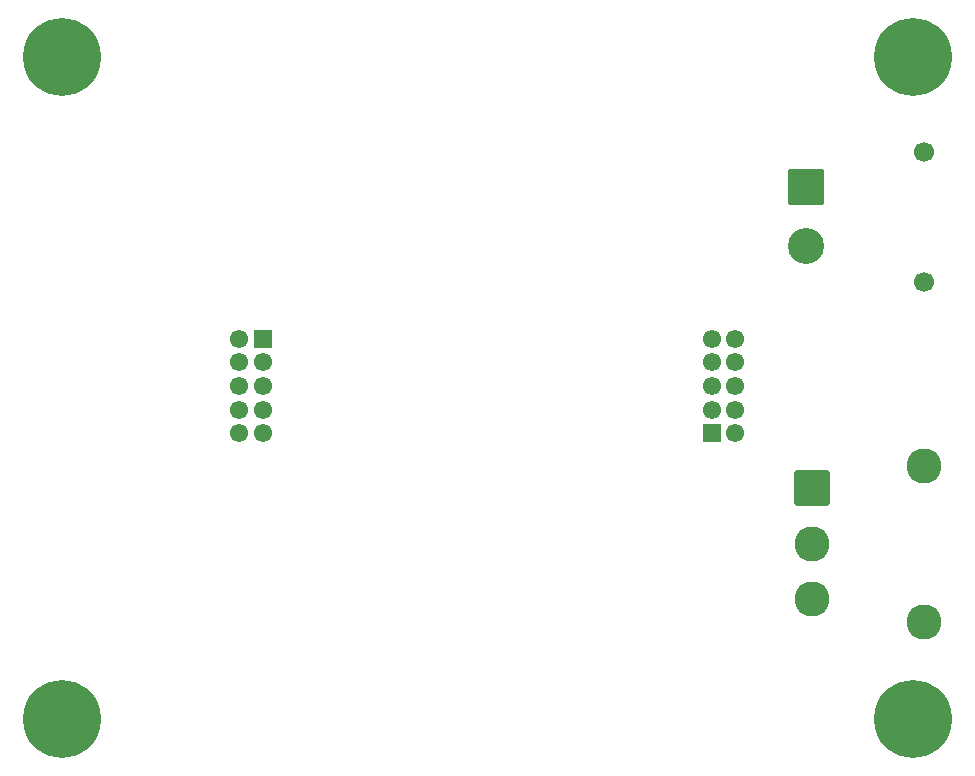
<source format=gbr>
%TF.GenerationSoftware,KiCad,Pcbnew,9.0.6*%
%TF.CreationDate,2026-01-04T20:51:54+00:00*%
%TF.ProjectId,COMET1_PWR_Board,434f4d45-5431-45f5-9057-525f426f6172,rev?*%
%TF.SameCoordinates,Original*%
%TF.FileFunction,Soldermask,Bot*%
%TF.FilePolarity,Negative*%
%FSLAX46Y46*%
G04 Gerber Fmt 4.6, Leading zero omitted, Abs format (unit mm)*
G04 Created by KiCad (PCBNEW 9.0.6) date 2026-01-04 20:51:54*
%MOMM*%
%LPD*%
G01*
G04 APERTURE LIST*
G04 Aperture macros list*
%AMRoundRect*
0 Rectangle with rounded corners*
0 $1 Rounding radius*
0 $2 $3 $4 $5 $6 $7 $8 $9 X,Y pos of 4 corners*
0 Add a 4 corners polygon primitive as box body*
4,1,4,$2,$3,$4,$5,$6,$7,$8,$9,$2,$3,0*
0 Add four circle primitives for the rounded corners*
1,1,$1+$1,$2,$3*
1,1,$1+$1,$4,$5*
1,1,$1+$1,$6,$7*
1,1,$1+$1,$8,$9*
0 Add four rect primitives between the rounded corners*
20,1,$1+$1,$2,$3,$4,$5,0*
20,1,$1+$1,$4,$5,$6,$7,0*
20,1,$1+$1,$6,$7,$8,$9,0*
20,1,$1+$1,$8,$9,$2,$3,0*%
G04 Aperture macros list end*
%ADD10C,1.550000*%
%ADD11RoundRect,0.100000X-0.675000X0.675000X-0.675000X-0.675000X0.675000X-0.675000X0.675000X0.675000X0*%
%ADD12C,1.000000*%
%ADD13C,6.600000*%
%ADD14C,2.975000*%
%ADD15RoundRect,0.100000X1.387500X-1.387500X1.387500X1.387500X-1.387500X1.387500X-1.387500X-1.387500X0*%
%ADD16C,1.700000*%
%ADD17C,3.050000*%
%ADD18RoundRect,0.100000X-1.425000X1.425000X-1.425000X-1.425000X1.425000X-1.425000X1.425000X1.425000X0*%
%ADD19RoundRect,0.100000X0.675000X-0.675000X0.675000X0.675000X-0.675000X0.675000X-0.675000X-0.675000X0*%
G04 APERTURE END LIST*
D10*
%TO.C,J6*%
X168500000Y-100850000D03*
X166500000Y-100850000D03*
X168500000Y-102850000D03*
X166500000Y-102850000D03*
X168500000Y-104850000D03*
X166500000Y-104850000D03*
X168500000Y-106850000D03*
X166500000Y-106850000D03*
X168500000Y-108850000D03*
D11*
X166500000Y-108850000D03*
%TD*%
D12*
%TO.C,MH3*%
X185900000Y-77000000D03*
X185197056Y-78697056D03*
X185197056Y-75302944D03*
X183500000Y-79400000D03*
D13*
X183500000Y-77000000D03*
D12*
X183500000Y-74600000D03*
X181802944Y-78697056D03*
X181802944Y-75302944D03*
X181100000Y-77000000D03*
%TD*%
D14*
%TO.C,S1*%
X184499000Y-124805500D03*
X184499000Y-111595500D03*
X174969000Y-122900500D03*
X174969000Y-118200500D03*
D15*
X174969000Y-113500500D03*
%TD*%
D12*
%TO.C,MH2*%
X113900000Y-133000000D03*
X113197056Y-134697056D03*
X113197056Y-131302944D03*
X111500000Y-135400000D03*
D13*
X111500000Y-133000000D03*
D12*
X111500000Y-130600000D03*
X109802944Y-134697056D03*
X109802944Y-131302944D03*
X109100000Y-133000000D03*
%TD*%
D16*
%TO.C,J1*%
X184500000Y-96000000D03*
X184500000Y-85000000D03*
D17*
X174500000Y-93000000D03*
D18*
X174500000Y-88000000D03*
%TD*%
D12*
%TO.C,MH4*%
X185900000Y-133000000D03*
X185197056Y-134697056D03*
X185197056Y-131302944D03*
X183500000Y-135400000D03*
D13*
X183500000Y-133000000D03*
D12*
X183500000Y-130600000D03*
X181802944Y-134697056D03*
X181802944Y-131302944D03*
X181100000Y-133000000D03*
%TD*%
D10*
%TO.C,J7*%
X126500000Y-108850000D03*
X128500000Y-108850000D03*
X126500000Y-106850000D03*
X128500000Y-106850000D03*
X126500000Y-104850000D03*
X128500000Y-104850000D03*
X126500000Y-102850000D03*
X128500000Y-102850000D03*
X126500000Y-100850000D03*
D19*
X128500000Y-100850000D03*
%TD*%
D12*
%TO.C,MH1*%
X113900000Y-77000000D03*
X113197056Y-78697056D03*
X113197056Y-75302944D03*
X111500000Y-79400000D03*
D13*
X111500000Y-77000000D03*
D12*
X111500000Y-74600000D03*
X109802944Y-78697056D03*
X109802944Y-75302944D03*
X109100000Y-77000000D03*
%TD*%
M02*

</source>
